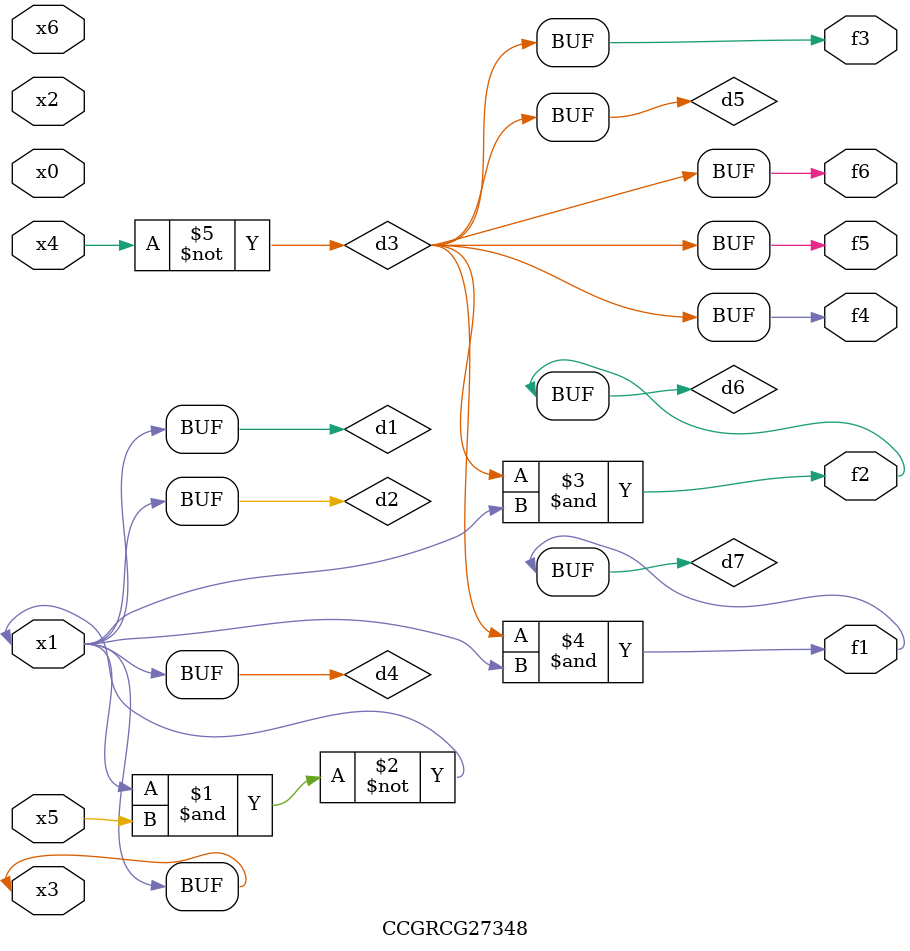
<source format=v>
module CCGRCG27348(
	input x0, x1, x2, x3, x4, x5, x6,
	output f1, f2, f3, f4, f5, f6
);

	wire d1, d2, d3, d4, d5, d6, d7;

	buf (d1, x1, x3);
	nand (d2, x1, x5);
	not (d3, x4);
	buf (d4, d1, d2);
	buf (d5, d3);
	and (d6, d3, d4);
	and (d7, d3, d4);
	assign f1 = d7;
	assign f2 = d6;
	assign f3 = d5;
	assign f4 = d5;
	assign f5 = d5;
	assign f6 = d5;
endmodule

</source>
